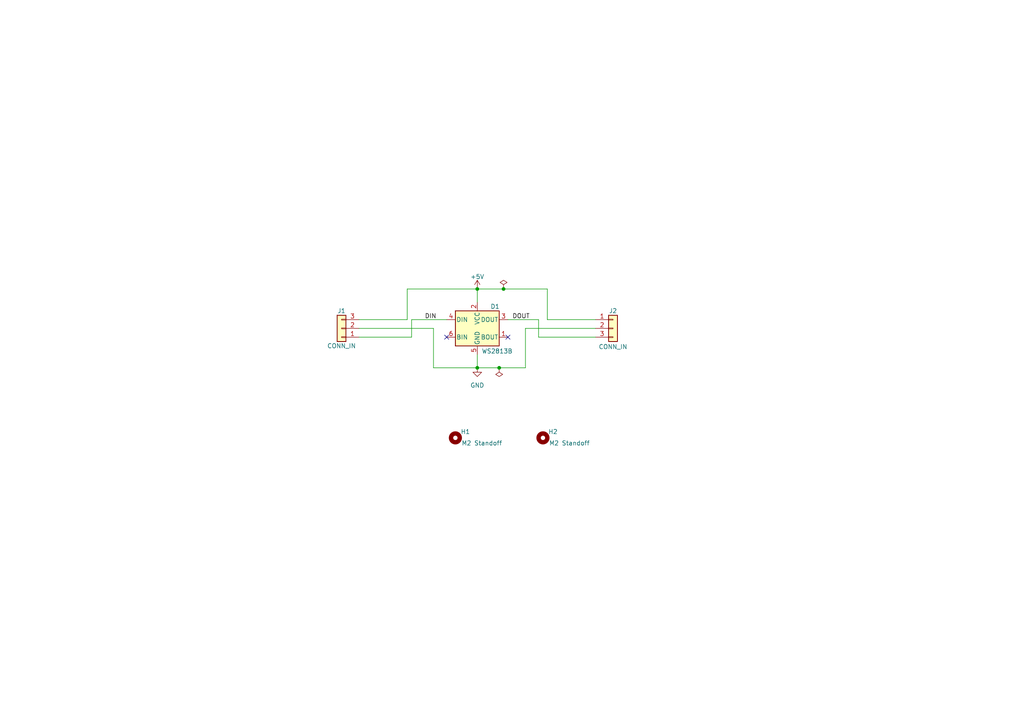
<source format=kicad_sch>
(kicad_sch (version 20250114) (generator "eeschema") (generator_version "9.0")
  (paper "A4")
  (lib_symbols
    (symbol "Connector_Generic:Conn_01x03" (pin_names (offset 1.016) (hide yes))
      (property "Reference" "J" (at 0 5.08 0))
      (property "Value" "Conn_01x03" (at 0 -5.08 0))
      (symbol "Conn_01x03_1_1"
        (rectangle (start -1.27 3.81) (end 1.27 -3.81) (stroke (width 0.254)) (fill (type background)))
        (rectangle (start -1.27 2.667) (end 0 2.413) (stroke (width 0.1524)))
        (rectangle (start -1.27 0.127) (end 0 -0.127) (stroke (width 0.1524)))
        (rectangle (start -1.27 -2.413) (end 0 -2.667) (stroke (width 0.1524)))
        (pin passive line (at -5.08 2.54 0) (length 3.81) (name "Pin_1") (number "1"))
        (pin passive line (at -5.08 0 0) (length 3.81) (name "Pin_2") (number "2"))
        (pin passive line (at -5.08 -2.54 0) (length 3.81) (name "Pin_3") (number "3"))
      )
    )
    (symbol "Mechanical:MountingHole" (pin_names (offset 1.016)) (in_bom no)
      (property "Reference" "H" (at 0 5.08 0))
      (property "Value" "MountingHole" (at 0 3.175 0))
      (symbol "MountingHole_0_1"
        (circle (center 0 0) (radius 1.27) (stroke (width 1.27)))
      )
    )
    (symbol "personal-library:WS2813B" (pin_names (offset 0.254))
      (property "Reference" "D" (at 5.08 5.715 0))
      (property "Value" "WS2813B" (at 1.27 -5.715 0))
      (symbol "WS2813B_0_1"
        (rectangle (start -6.35 5.08) (end 6.35 -5.08) (stroke (width 0.254)) (fill (type background)))
      )
      (symbol "WS2813B_1_1"
        (pin input line (at -8.89 2.54 0) (length 2.54) (name "DIN") (number "4"))
        (pin input line (at -8.89 -2.54 0) (length 2.54) (name "BIN") (number "6"))
        (pin power_in line (at 0 7.62 270) (length 2.54) (name "VCC") (number "2"))
        (pin power_in line (at 0 -7.62 90) (length 2.54) (name "GND") (number "5"))
        (pin output line (at 8.89 2.54 180) (length 2.54) (name "DOUT") (number "3"))
        (pin power_in line (at 8.89 -2.54 180) (length 2.54) (name "BOUT") (number "1"))
      )
    )
    (symbol "power:+5V" (power) (pin_numbers (hide yes)) (pin_names (offset 0) (hide yes))
      (property "Value" "+5V" (at 0 3.556 0))
      (symbol "+5V_0_1"
        (polyline (pts (xy -0.762 1.27) (xy 0 2.54)))
        (polyline (pts (xy 0 2.54) (xy 0.762 1.27)))
        (polyline (pts (xy 0 0) (xy 0 2.54)))
      )
      (symbol "+5V_1_1"
        (pin power_in line (at 0 0 90) (length 0) (name "~") (number "1"))
      )
    )
    (symbol "power:GND" (power) (pin_numbers (hide yes)) (pin_names (offset 0) (hide yes))
      (property "Value" "GND" (at 0 -3.81 0))
      (symbol "GND_0_1"
        (polyline (pts (xy 0 0) (xy 0 -1.27) (xy 1.27 -1.27) (xy 0 -2.54) (xy -1.27 -1.27) (xy 0 -1.27)))
      )
      (symbol "GND_1_1"
        (pin power_in line (at 0 0 270) (length 0) (name "~") (number "1"))
      )
    )
    (symbol "power:PWR_FLAG" (power) (pin_numbers (hide yes)) (pin_names (offset 0) (hide yes))
      (property "Value" "PWR_FLAG" (at 0 3.81 0))
      (symbol "PWR_FLAG_0_0"
        (pin power_out line (at 0 0 90) (length 0) (name "~") (number "1"))
      )
      (symbol "PWR_FLAG_0_1"
        (polyline (pts (xy 0 0) (xy 0 1.27) (xy -1.016 1.905) (xy 0 2.54) (xy 1.016 1.905) (xy 0 1.27)))
      )
    )
  )
  (junction (at 146.05 83.82))
  (junction (at 138.43 83.82))
  (junction (at 144.78 106.68))
  (junction (at 138.43 106.68))
  (no_connect (at 129.54 97.79))
  (no_connect (at 147.32 97.79))
  (wire (pts (xy 138.43 83.82) (xy 138.43 87.63)))
  (wire (pts (xy 104.14 92.71) (xy 118.11 92.71)))
  (wire (pts (xy 172.72 97.79) (xy 156.21 97.79)))
  (wire (pts (xy 158.75 92.71) (xy 158.75 83.82)))
  (wire (pts (xy 118.11 83.82) (xy 138.43 83.82)))
  (wire (pts (xy 172.72 95.25) (xy 152.4 95.25)))
  (wire (pts (xy 125.73 95.25) (xy 125.73 106.68)))
  (wire (pts (xy 129.54 92.71) (xy 119.38 92.71)))
  (wire (pts (xy 146.05 83.82) (xy 138.43 83.82)))
  (wire (pts (xy 147.32 92.71) (xy 156.21 92.71)))
  (wire (pts (xy 119.38 97.79) (xy 104.14 97.79)))
  (wire (pts (xy 172.72 92.71) (xy 158.75 92.71)))
  (wire (pts (xy 144.78 106.68) (xy 152.4 106.68)))
  (wire (pts (xy 118.11 92.71) (xy 118.11 83.82)))
  (wire (pts (xy 156.21 97.79) (xy 156.21 92.71)))
  (wire (pts (xy 104.14 95.25) (xy 125.73 95.25)))
  (wire (pts (xy 119.38 92.71) (xy 119.38 97.79)))
  (wire (pts (xy 138.43 106.68) (xy 138.43 102.87)))
  (wire (pts (xy 158.75 83.82) (xy 146.05 83.82)))
  (wire (pts (xy 138.43 106.68) (xy 144.78 106.68)))
  (wire (pts (xy 125.73 106.68) (xy 138.43 106.68)))
  (wire (pts (xy 152.4 95.25) (xy 152.4 106.68)))
  (label "DOUT" (at 148.59 92.71 0))
  (label "DIN" (at 123.19 92.71 0))
  (symbol (lib_id "Mechanical:MountingHole") (at 157.48 127 0) (unit 1) (in_bom no)
    (property "Reference" "H2" (at 159.004 125.222 0) (effects (justify left)))
    (property "Value" "M2 Standoff" (at 159.258 128.524 0) (effects (justify left)))
    (property "Footprint" "Personal library:M2 Standoff" (effects (hide yes)))
    (property "Description" "Mounting Hole without connection" (effects (hide yes)))
  )
  (symbol (lib_id "personal-library:WS2813B") (at 138.43 95.25 0) (unit 1)
    (property "Reference" "D1" (at 142.24 88.9 0) (effects (justify left)))
    (property "Value" "WS2813B" (at 139.7 101.854 0) (effects (justify left)))
    (property "Footprint" "LED_SMD:LED_WS2812_PLCC6_5.0x5.0mm_P1.6mm" (effects (hide yes)))
    (property "Datasheet" "http://www.normandled.com/upload/201605/WS2813%20LED%20Datasheet.pdf" (effects (hide yes)))
    (property "Description" "RGB LED with integrated controller" (effects (hide yes)))
  )
  (symbol (lib_id "power:PWR_FLAG") (at 146.05 83.82 0) (unit 1)
    (property "Reference" "#FLG01" (effects (hide yes)))
    (property "Value" "PWR_FLAG" (effects (hide yes)))
    (property "Description" "Special symbol for telling ERC where power comes from" (effects (hide yes)))
  )
  (symbol (lib_id "Connector_Generic:Conn_01x03") (at 177.8 95.25 0) (unit 1)
    (property "Reference" "J2" (at 177.8 90.17 0))
    (property "Value" "CONN_IN" (at 177.8 100.584 0))
    (property "Footprint" "Connector_JST:JST_PH_S3B-PH-K_1x03_P2.00mm_Horizontal" (effects (hide yes)))
    (property "Description" "Generic connector, single row, 01x03, script generated (kicad-library-utils/schlib/autogen/connector/)" (effects (hide yes)))
  )
  (symbol (lib_id "Mechanical:MountingHole") (at 132.08 127 0) (unit 1) (in_bom no)
    (property "Reference" "H1" (at 133.604 125.222 0) (effects (justify left)))
    (property "Value" "M2 Standoff" (at 133.858 128.524 0) (effects (justify left)))
    (property "Footprint" "Personal library:M2 Standoff" (effects (hide yes)))
    (property "Description" "Mounting Hole without connection" (effects (hide yes)))
  )
  (symbol (lib_id "power:PWR_FLAG") (at 144.78 106.68 180) (unit 1)
    (property "Reference" "#FLG02" (effects (hide yes)))
    (property "Value" "PWR_FLAG" (effects (hide yes)))
    (property "Description" "Special symbol for telling ERC where power comes from" (effects (hide yes)))
  )
  (symbol (lib_id "Connector_Generic:Conn_01x03") (at 99.06 95.25 180) (unit 1)
    (property "Reference" "J1" (at 99.06 90.17 0))
    (property "Value" "CONN_IN" (at 99.06 100.33 0))
    (property "Footprint" "Connector_JST:JST_PH_S3B-PH-K_1x03_P2.00mm_Horizontal" (effects (hide yes)))
    (property "Description" "Generic connector, single row, 01x03, script generated (kicad-library-utils/schlib/autogen/connector/)" (effects (hide yes)))
  )
  (symbol (lib_id "power:+5V") (at 138.43 83.82 0) (unit 1)
    (property "Reference" "#PWR02" (effects (hide yes)))
    (property "Value" "+5V" (at 138.43 80.264 0))
    (property "Description" "Power symbol creates a global label with name \"+5V\"" (effects (hide yes)))
  )
  (symbol (lib_id "power:GND") (at 138.43 106.68 0) (unit 1)
    (property "Reference" "#PWR01" (effects (hide yes)))
    (property "Value" "GND" (at 138.43 111.76 0))
    (property "Description" "Power symbol creates a global label with name \"GND\" , ground" (effects (hide yes)))
  )
)
</source>
